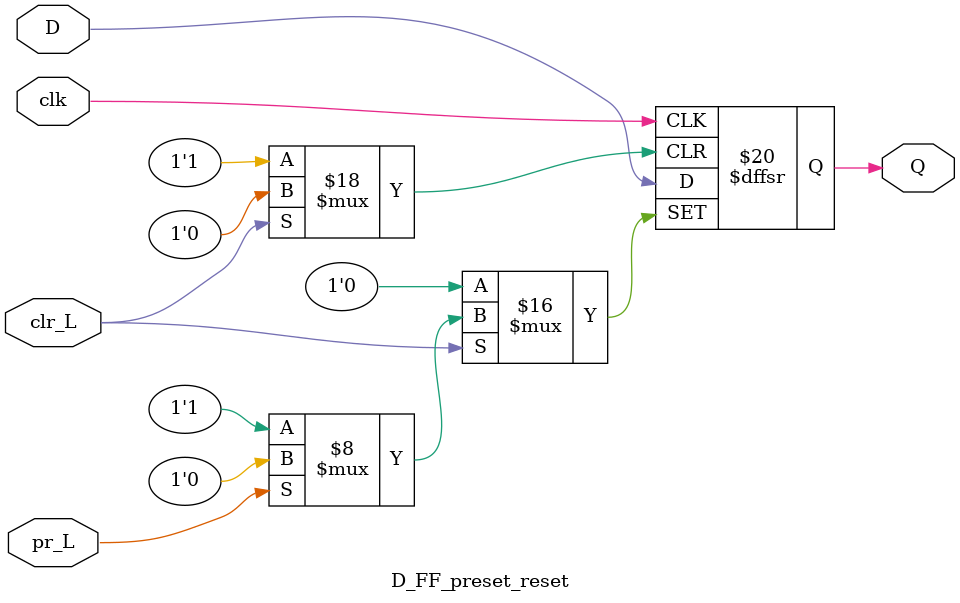
<source format=sv>
/*******************************************
* Author: Dr. Hansen
* Date: Feb. 8, 2017
* 
* Description: a button/switch debouncer. Takes always
*	noisy input (D) and ensures only one change
*   of logic appears at the output (D_deb). For 
*   a bouncy input, the output will change after 67ms.
* 
* Inputs: 
*     D: 	1-bit noisy input
*     clk_50M:	50 MHz clock from the Altera 
*				board
*
* Outputs:
*		D_deb:	the debounced input
*
* Change log:
* 		02/08/17 - initial creation of debouncer
*		02/08/18 - updated to SystemVerilog
********************************************/

module debouncer( 
	input logic D, clk_50M, 
	output logic D_deb 
);

	parameter deb_count = 32'd1_666_667; //15Hz

	integer count;

	logic deb_clk, A_out;

	D_FF_preset_reset A(.D( D ), 
						.clk( deb_clk ), 
						.pr_L( ~D_deb | ~D |  A_out ), 
						.clr_L( D_deb |  D | ~A_out ), 
						.Q( A_out ) );
								
	D_FF_preset_reset B(.D( A_out ), 
						.clk( deb_clk ), 
						.pr_L( 1'b1 ), //~D
						.clr_L( 1'b1 ), //D
						.Q( D_deb ) );
	
	always@(posedge clk_50M)
	begin
		count <= count + 1;
		if ( count == deb_count )
		begin
			deb_clk <= ~deb_clk;
			count <= 32'd0;
		end
	end

endmodule

//D-Flip Flip with Asynchronous preset/reset
//only to be used with debouncer!
module D_FF_preset_reset( 
	input logic D, clk, pr_L, clr_L, 
	output logic Q );
	
	always@(posedge clk, negedge pr_L, negedge clr_L)
	begin
	
		if (!pr_L)
			Q <= 1'b1;
		else if (!clr_L)
			Q <= 1'b0;
		else if (clk)
			Q <= D;
	
	end

endmodule

</source>
